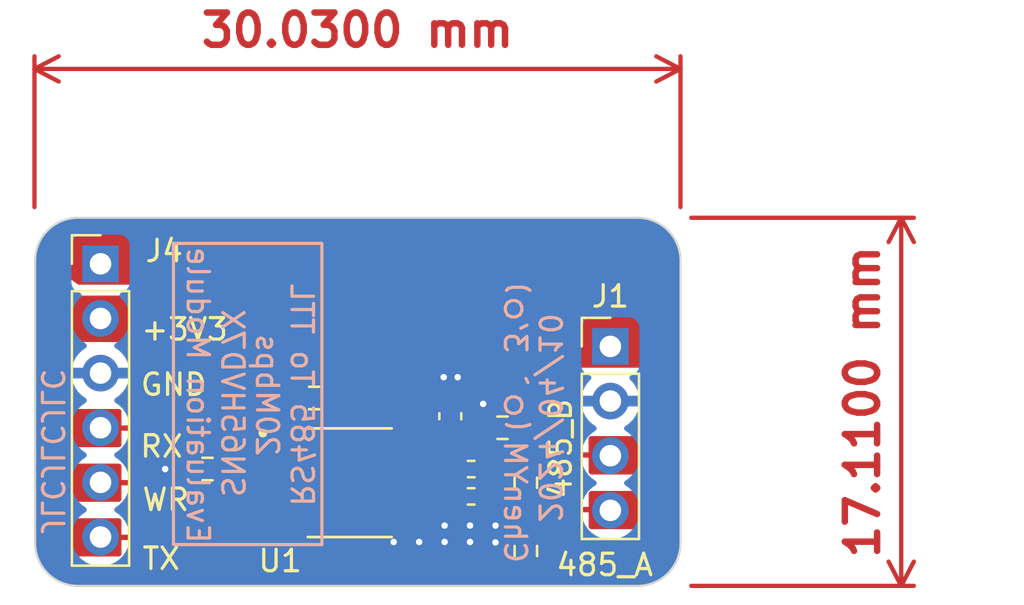
<source format=kicad_pcb>
(kicad_pcb (version 20221018) (generator pcbnew)
  (layers (0 "F.Cu" signal) (31 "B.Cu" signal) (34 "B.Paste" user) (35 "F.Paste" user) (36 "B.SilkS" user "B.Silkscreen") (37 "F.SilkS" user "F.Silkscreen") (38 "B.Mask" user) (39 "F.Mask" user) (44 "Edge.Cuts" user))
  (net 0 "")
  (net 1 "+3.3V")
  (net 2 "GND")
  (net 3 "/UART_WR")
  (net 4 "/UART_TX")
  (net 5 "/UART_RX")
  (net 6 "/RS485_A")
  (net 7 "/RS485_B")
  (net 8 "Net-(U1-A)")
  (net 9 "Net-(U1-B)")
  (net 10 "+5V")
  (footprint "Resistor_SMD:R_0402_1005Metric" (layer "F.Cu") (at 174.26 96.32 180)
    (fp_text reference "R3" hide)
    (fp_text value "10R")
    (fp_line (start -0.153641 -0.38) (end 0.153641 -0.38) (stroke (width 0.12)) (layer "F.SilkS"))
    (fp_line (start -0.153641 0.38) (end 0.153641 0.38) (stroke (width 0.12)) (layer "F.SilkS"))
    (pad "1" smd roundrect (at -0.51 0 180) (size 0.54 0.64) (layers "F.Cu" "F.Paste" "F.Mask") (net 6 "/RS485_A"))
    (pad "2" smd roundrect (at 0.51 0 180) (size 0.54 0.64) (layers "F.Cu" "F.Paste" "F.Mask") (net 8 "Net-(U1-A)"))
  )
  (footprint "Capacitor_SMD:C_0603_1608Metric" (layer "F.Cu") (at 173.29 92.595 90)
    (fp_text reference "C1" hide)
    (fp_text value "0.1uF")
    (fp_line (start -0.14058 -0.51) (end 0.14058 -0.51) (stroke (width 0.12)) (layer "F.SilkS"))
    (fp_line (start -0.14058 0.51) (end 0.14058 0.51) (stroke (width 0.12)) (layer "F.SilkS"))
    (pad "1" smd roundrect (at -0.775 0 90) (size 0.9 0.95) (layers "F.Cu" "F.Paste" "F.Mask") (net 1 "+3.3V"))
    (pad "2" smd roundrect (at 0.775 0 90) (size 0.9 0.95) (layers "F.Cu" "F.Paste" "F.Mask") (net 2 "GND"))
  )
  (footprint "Resistor_SMD:R_0603_1608Metric" (layer "F.Cu") (at 176.8 95.685 -90)
    (fp_text reference "R5" hide)
    (fp_text value "120R")
    (fp_line (start -0.237258 -0.5225) (end 0.237258 -0.5225) (stroke (width 0.12)) (layer "F.SilkS"))
    (fp_line (start -0.237258 0.5225) (end 0.237258 0.5225) (stroke (width 0.12)) (layer "F.SilkS"))
    (pad "1" smd roundrect (at -0.825 0 270) (size 0.8 0.95) (layers "F.Cu" "F.Paste" "F.Mask") (net 7 "/RS485_B"))
    (pad "2" smd roundrect (at 0.825 0 270) (size 0.8 0.95) (layers "F.Cu" "F.Paste" "F.Mask") (net 6 "/RS485_A"))
  )
  (footprint "Connector_PinHeader_2.54mm:PinHeader_1x04_P2.54mm_Vertical" (layer "F.Cu") (at 180.73 89.35)
    (fp_text reference "J1" (at 0 -2.33) (layer "F.SilkS"))
    (fp_text value "Conn_01x04")
    (fp_line (start -1.33 -1.33) (end 0 -1.33) (stroke (width 0.12)) (layer "F.SilkS"))
    (fp_line (start -1.33 0) (end -1.33 -1.33) (stroke (width 0.12)) (layer "F.SilkS"))
    (fp_line (start -1.33 1.27) (end -1.33 8.95) (stroke (width 0.12)) (layer "F.SilkS"))
    (fp_line (start -1.33 1.27) (end 1.33 1.27) (stroke (width 0.12)) (layer "F.SilkS"))
    (fp_line (start -1.33 8.95) (end 1.33 8.95) (stroke (width 0.12)) (layer "F.SilkS"))
    (fp_line (start 1.33 1.27) (end 1.33 8.95) (stroke (width 0.12)) (layer "F.SilkS"))
    (pad "1" thru_hole rect (at 0 0) (size 1.7 1.7) (drill 1) (layers "*.Cu" "*.Mask") (net 10 "+5V"))
    (pad "2" thru_hole oval (at 0 2.54) (size 1.7 1.7) (drill 1) (layers "*.Cu" "*.Mask") (net 2 "GND"))
    (pad "3" thru_hole oval (at 0 5.08) (size 1.7 1.7) (drill 1) (layers "*.Cu" "*.Mask") (net 7 "/RS485_B"))
    (pad "4" thru_hole oval (at 0 7.62) (size 1.7 1.7) (drill 1) (layers "*.Cu" "*.Mask") (net 6 "/RS485_A"))
  )
  (footprint "Connector_PinHeader_2.54mm:PinHeader_1x06_P2.54mm_Vertical" (layer "F.Cu") (at 157.03 85.51)
    (fp_text reference "J4" (at 2.96 -0.6) (layer "F.SilkS"))
    (fp_text value "Conn_01x06")
    (fp_line (start -1.33 -1.33) (end 0 -1.33) (stroke (width 0.12)) (layer "F.SilkS"))
    (fp_line (start -1.33 0) (end -1.33 -1.33) (stroke (width 0.12)) (layer "F.SilkS"))
    (fp_line (start -1.33 1.27) (end -1.33 14.03) (stroke (width 0.12)) (layer "F.SilkS"))
    (fp_line (start -1.33 1.27) (end 1.33 1.27) (stroke (width 0.12)) (layer "F.SilkS"))
    (fp_line (start -1.33 14.03) (end 1.33 14.03) (stroke (width 0.12)) (layer "F.SilkS"))
    (fp_line (start 1.33 1.27) (end 1.33 14.03) (stroke (width 0.12)) (layer "F.SilkS"))
    (pad "1" thru_hole rect (at 0 0) (size 1.7 1.7) (drill 1) (layers "*.Cu" "*.Mask") (net 10 "+5V"))
    (pad "2" thru_hole oval (at 0 2.54) (size 1.7 1.7) (drill 1) (layers "*.Cu" "*.Mask") (net 1 "+3.3V"))
    (pad "3" thru_hole oval (at 0 5.08) (size 1.7 1.7) (drill 1) (layers "*.Cu" "*.Mask") (net 2 "GND"))
    (pad "4" thru_hole oval (at 0 7.62) (size 1.7 1.7) (drill 1) (layers "*.Cu" "*.Mask") (net 5 "/UART_RX"))
    (pad "5" thru_hole oval (at 0 10.16) (size 1.7 1.7) (drill 1) (layers "*.Cu" "*.Mask") (net 3 "/UART_WR"))
    (pad "6" thru_hole oval (at 0 12.7) (size 1.7 1.7) (drill 1) (layers "*.Cu" "*.Mask") (net 4 "/UART_TX"))
  )
  (footprint "Resistor_SMD:R_0603_1608Metric" (layer "F.Cu") (at 162.005 95.05)
    (fp_text reference "R2" hide)
    (fp_text value "10K")
    (fp_line (start -0.237258 -0.5225) (end 0.237258 -0.5225) (stroke (width 0.12)) (layer "F.SilkS"))
    (fp_line (start -0.237258 0.5225) (end 0.237258 0.5225) (stroke (width 0.12)) (layer "F.SilkS"))
    (pad "1" smd roundrect (at -0.825 0) (size 0.8 0.95) (layers "F.Cu" "F.Paste" "F.Mask") (net 2 "GND"))
    (pad "2" smd roundrect (at 0.825 0) (size 0.8 0.95) (layers "F.Cu" "F.Paste" "F.Mask") (net 3 "/UART_WR"))
  )
  (footprint "Resistor_SMD:R_0603_1608Metric" (layer "F.Cu") (at 166.957 91.748 180)
    (fp_text reference "R1" hide)
    (fp_text value "10K")
    (fp_line (start -0.237258 -0.5225) (end 0.237258 -0.5225) (stroke (width 0.12)) (layer "F.SilkS"))
    (fp_line (start -0.237258 0.5225) (end 0.237258 0.5225) (stroke (width 0.12)) (layer "F.SilkS"))
    (pad "1" smd roundrect (at -0.825 0 180) (size 0.8 0.95) (layers "F.Cu" "F.Paste" "F.Mask") (net 1 "+3.3V"))
    (pad "2" smd roundrect (at 0.825 0 180) (size 0.8 0.95) (layers "F.Cu" "F.Paste" "F.Mask") (net 5 "/UART_RX"))
  )
  (footprint "Resistor_SMD:R_0603_1608Metric" (layer "F.Cu") (at 175.715 93.13)
    (fp_text reference "R7" hide)
    (fp_text value "10K")
    (fp_line (start -0.237258 -0.5225) (end 0.237258 -0.5225) (stroke (width 0.12)) (layer "F.SilkS"))
    (fp_line (start -0.237258 0.5225) (end 0.237258 0.5225) (stroke (width 0.12)) (layer "F.SilkS"))
    (pad "1" smd roundrect (at -0.825 0) (size 0.8 0.95) (layers "F.Cu" "F.Paste" "F.Mask") (net 2 "GND"))
    (pad "2" smd roundrect (at 0.825 0) (size 0.8 0.95) (layers "F.Cu" "F.Paste" "F.Mask") (net 7 "/RS485_B"))
  )
  (footprint "TI_Library:SOIC127P599X175-8N" (layer "F.Cu") (at 168.615 95.685)
    (fp_text reference "U1" (at -3.235 3.635) (layer "F.SilkS"))
    (fp_text value "SN65HVD75D")
    (fp_line (start -1.95 -2.525) (end 1.95 -2.525) (stroke (width 0.127)) (layer "F.SilkS"))
    (fp_line (start -1.95 2.525) (end 1.95 2.525) (stroke (width 0.127)) (layer "F.SilkS"))
    (fp_circle (center -4.04 -2.305) (end -3.94 -2.305) (stroke (width 0.2)) (fill none) (layer "F.SilkS"))
    (pad "1" smd roundrect (at -2.47 -1.905) (size 1.97 0.6) (layers "F.Cu" "F.Paste" "F.Mask") (roundrect_rratio 0.07) (net 5 "/UART_RX"))
    (pad "2" smd roundrect (at -2.47 -0.635) (size 1.97 0.6) (layers "F.Cu" "F.Paste" "F.Mask") (roundrect_rratio 0.07) (net 3 "/UART_WR"))
    (pad "3" smd roundrect (at -2.47 0.635) (size 1.97 0.6) (layers "F.Cu" "F.Paste" "F.Mask") (roundrect_rratio 0.07) (net 3 "/UART_WR"))
    (pad "4" smd roundrect (at -2.47 1.905) (size 1.97 0.6) (layers "F.Cu" "F.Paste" "F.Mask") (roundrect_rratio 0.07) (net 4 "/UART_TX"))
    (pad "5" smd roundrect (at 2.47 1.905) (size 1.97 0.6) (layers "F.Cu" "F.Paste" "F.Mask") (roundrect_rratio 0.07) (net 2 "GND"))
    (pad "6" smd roundrect (at 2.47 0.635) (size 1.97 0.6) (layers "F.Cu" "F.Paste" "F.Mask") (roundrect_rratio 0.07) (net 8 "Net-(U1-A)"))
    (pad "7" smd roundrect (at 2.47 -0.635) (size 1.97 0.6) (layers "F.Cu" "F.Paste" "F.Mask") (roundrect_rratio 0.07) (net 9 "Net-(U1-B)"))
    (pad "8" smd roundrect (at 2.47 -1.905) (size 1.97 0.6) (layers "F.Cu" "F.Paste" "F.Mask") (roundrect_rratio 0.07) (net 1 "+3.3V"))
  )
  (footprint "Resistor_SMD:R_0402_1005Metric" (layer "F.Cu") (at 174.26 95.05 180)
    (fp_text reference "R4" hide)
    (fp_text value "10R")
    (fp_line (start -0.153641 -0.38) (end 0.153641 -0.38) (stroke (width 0.12)) (layer "F.SilkS"))
    (fp_line (start -0.153641 0.38) (end 0.153641 0.38) (stroke (width 0.12)) (layer "F.SilkS"))
    (pad "1" smd roundrect (at -0.51 0 180) (size 0.54 0.64) (layers "F.Cu" "F.Paste" "F.Mask") (net 7 "/RS485_B"))
    (pad "2" smd roundrect (at 0.51 0 180) (size 0.54 0.64) (layers "F.Cu" "F.Paste" "F.Mask") (net 9 "Net-(U1-B)"))
  )
  (footprint "Resistor_SMD:R_0603_1608Metric" (layer "F.Cu") (at 176.8 98.86 -90)
    (fp_text reference "R6" hide)
    (fp_text value "10K")
    (fp_line (start -0.237258 -0.5225) (end 0.237258 -0.5225) (stroke (width 0.12)) (layer "F.SilkS"))
    (fp_line (start -0.237258 0.5225) (end 0.237258 0.5225) (stroke (width 0.12)) (layer "F.SilkS"))
    (pad "1" smd roundrect (at -0.825 0 270) (size 0.8 0.95) (layers "F.Cu" "F.Paste" "F.Mask") (net 6 "/RS485_A"))
    (pad "2" smd roundrect (at 0.825 0 270) (size 0.8 0.95) (layers "F.Cu" "F.Paste" "F.Mask") (net 1 "+3.3V"))
  )
  (gr_rect (start 160.42 84.56) (end 167.32 98.56) (stroke (width 0.15)) (fill none) (layer "B.SilkS"))
  (gr_line (start 153.99 85.37) (end 153.99 98.48) (stroke (width 0.1)) (layer "Edge.Cuts"))
  (gr_line (start 181.99 100.48) (end 155.99 100.48) (stroke (width 0.1)) (layer "Edge.Cuts"))
  (gr_line (start 155.99 83.37) (end 181.99 83.37) (stroke (width 0.1)) (layer "Edge.Cuts"))
  (gr_arc (start 155.99 100.48) (mid 154.575786 99.894214) (end 153.99 98.48) (stroke (width 0.1)) (layer "Edge.Cuts"))
  (gr_arc (start 153.99 85.37) (mid 154.575786 83.955786) (end 155.99 83.37) (stroke (width 0.1)) (layer "Edge.Cuts"))
  (gr_line (start 183.99 85.37) (end 183.99 98.48) (stroke (width 0.1)) (layer "Edge.Cuts"))
  (gr_arc (start 181.99 83.37) (mid 183.404214 83.955786) (end 183.99 85.37) (stroke (width 0.1)) (layer "Edge.Cuts"))
  (gr_arc (start 183.99 98.48) (mid 183.404214 99.894214) (end 181.99 100.48) (stroke (width 0.1)) (layer "Edge.Cuts"))
  (gr_text "JLCJLCJLC" (at 154.2 98.2 -90) (layer "B.SilkS") (effects (font (size 1 1)) (justify left bottom mirror)))
  (gr_text "2024/04/10\nChenYM（○｀ 3′○）" (at 175.72 92.67 270) (layer "B.SilkS") (effects (font (size 1 1)) (justify bottom mirror)))
  (gr_text "RS485 To TTL\n20Mbps\nSN65HVD7X \nEvaluation Module\n" (at 160.97 91.61 -90) (layer "B.SilkS") (effects (font (size 1 1)) (justify bottom mirror)))
  (gr_text "TX" (at 158.893 99.8) (layer "F.SilkS") (effects (font (size 1 1)) (justify left bottom)))
  (gr_text "WR" (at 158.893 97.06) (layer "F.SilkS") (effects (font (size 1 1)) (justify left bottom)))
  (gr_text "GND" (at 158.81 91.71) (layer "F.SilkS") (effects (font (size 1 1)) (justify left bottom)))
  (gr_text "RX" (at 158.79 94.58) (layer "F.SilkS") (effects (font (size 1 1)) (justify left bottom)))
  (gr_text "485_B" (at 179 96.51 90) (layer "F.SilkS") (effects (font (size 1 1)) (justify left bottom)))
  (gr_text "+3V3" (at 158.84 89.14) (layer "F.SilkS") (effects (font (size 1 1)) (justify left bottom)))
  (gr_text "485_A" (at 178.13 100.09) (layer "F.SilkS") (effects (font (size 1 1)) (justify left bottom)))
  (dimension (type aligned) (layer "F.Cu") (pts (xy 183.99 83.37) (xy 183.99 100.48)) (height -10.26) (gr_text "17.1100 mm" (at 192.45 91.925 90) (layer "F.Cu") (effects (font (size 1.5 1.5) (thickness 0.3)))) (format (prefix "") (suffix "") (units 3) (units_format 1) (precision 4)) (style (thickness 0.2) (arrow_length 1.27) (text_position_mode 0) (extension_height 0.58642) (extension_offset 0.5) keep_text_aligned))
  (dimension (type aligned) (layer "F.Cu") (pts (xy 153.96 83.37) (xy 183.99 83.37)) (height -6.92) (gr_text "30.0300 mm" (at 168.975 74.65) (layer "F.Cu") (effects (font (size 1.5 1.5) (thickness 0.3)))) (format (prefix "") (suffix "") (units 3) (units_format 1) (precision 4)) (style (thickness 0.2) (arrow_length 1.27) (text_position_mode 0) (extension_height 0.58642) (extension_offset 0.5) keep_text_aligned))
  (segment (start 176.8 99.685) (end 176.625 99.86) (width 0.25) (layer "F.Cu") (net 1))
  (segment (start 176.625 99.86) (end 169.77 99.86) (width 0.25) (layer "F.Cu") (net 1))
  (segment (start 169.05 99.14) (end 169.05 93.21) (width 0.25) (layer "F.Cu") (net 1))
  (segment (start 169.77 99.86) (end 169.05 99.14) (width 0.25) (layer "F.Cu") (net 1))
  (segment (start 161.18 95.05) (end 160.036 95.05) (width 0.25) (layer "F.Cu") (net 2))
  (segment (start 173.63 90.78) (end 173.45 90.78) (width 0.25) (layer "F.Cu") (net 2))
  (segment (start 173.29 90.94) (end 173.13 90.78) (width 0.25) (layer "F.Cu") (net 2))
  (segment (start 173.29 91.82) (end 173.29 90.94) (width 0.25) (layer "F.Cu") (net 2))
  (segment (start 173.13 90.78) (end 172.980497 90.78) (width 0.25) (layer "F.Cu") (net 2))
  (segment (start 173.45 90.78) (end 173.29 90.94) (width 0.25) (layer "F.Cu") (net 2))
  (segment (start 174.89 93.13) (end 174.89 92.095) (width 0.25) (layer "F.Cu") (net 2))
  (segment (start 174.89 92.095) (end 174.815 92.02) (width 0.25) (layer "F.Cu") (net 2))
  (via (at 160.036 95.05) (size 0.5) (drill 0.3) (layers "F.Cu" "B.Cu") (net 2))
  (via (at 174.20675 97.676) (size 0.5) (drill 0.3) (layers "F.Cu" "B.Cu") (net 2))
  (via (at 172.980497 90.78) (size 0.5) (drill 0.3) (layers "F.Cu" "B.Cu") (net 2))
  (via (at 173.0235 97.676) (size 0.5) (drill 0.3) (layers "F.Cu" "B.Cu") (net 2))
  (via (at 173.63 90.78) (size 0.5) (drill 0.3) (layers "F.Cu" "B.Cu") (net 2))
  (via (at 170.657 98.438) (size 0.5) (drill 0.3) (layers "F.Cu" "B.Cu") (net 2))
  (via (at 174.20675 98.438) (size 0.5) (drill 0.3) (layers "F.Cu" "B.Cu") (net 2))
  (via (at 173.0235 98.438) (size 0.5) (drill 0.3) (layers "F.Cu" "B.Cu") (net 2))
  (via (at 175.39 97.676) (size 0.5) (drill 0.3) (layers "F.Cu" "B.Cu") (net 2))
  (via (at 171.84025 98.438) (size 0.5) (drill 0.3) (layers "F.Cu" "B.Cu") (net 2))
  (via (at 174.815 92.02) (size 0.5) (drill 0.3) (layers "F.Cu" "B.Cu") (net 2))
  (via (at 175.39 98.46) (size 0.5) (drill 0.3) (layers "F.Cu" "B.Cu") (net 2))
  (segment (start 160.29 96.32) (end 162.83 96.32) (width 0.25) (layer "F.Cu") (net 3))
  (segment (start 157.115 95.685) (end 159.655 95.685) (width 0.25) (layer "F.Cu") (net 3))
  (segment (start 166.145 95.05) (end 166.145 96.32) (width 0.25) (layer "F.Cu") (net 3))
  (segment (start 162.83 96.32) (end 162.83 95.05) (width 0.25) (layer "F.Cu") (net 3))
  (segment (start 166.145 96.32) (end 162.83 96.32) (width 0.25) (layer "F.Cu") (net 3))
  (segment (start 159.655 95.685) (end 160.29 96.32) (width 0.25) (layer "F.Cu") (net 3))
  (segment (start 164.1 97.59) (end 166.145 97.59) (width 0.25) (layer "F.Cu") (net 4))
  (segment (start 163.465 98.225) (end 164.1 97.59) (width 0.25) (layer "F.Cu") (net 4))
  (segment (start 157.115 98.225) (end 163.465 98.225) (width 0.25) (layer "F.Cu") (net 4))
  (segment (start 163.465 93.145) (end 164.1 93.78) (width 0.25) (layer "F.Cu") (net 5))
  (segment (start 157.115 93.145) (end 163.465 93.145) (width 0.25) (layer "F.Cu") (net 5))
  (segment (start 166.132 93.767) (end 166.145 93.78) (width 0.25) (layer "F.Cu") (net 5))
  (segment (start 164.1 93.78) (end 166.145 93.78) (width 0.25) (layer "F.Cu") (net 5))
  (segment (start 166.132 91.748) (end 166.132 93.767) (width 0.25) (layer "F.Cu") (net 5))
  (segment (start 175.784 96.32) (end 174.77 96.32) (width 0.25) (layer "F.Cu") (net 6))
  (segment (start 176.8 98.035) (end 176.8 96.51) (width 0.25) (layer "F.Cu") (net 6))
  (segment (start 176.8 96.51) (end 178.006 96.51) (width 0.25) (layer "F.Cu") (net 6))
  (segment (start 178.431 96.935) (end 180.585 96.935) (width 0.25) (layer "F.Cu") (net 6))
  (segment (start 175.974 96.51) (end 175.784 96.32) (width 0.25) (layer "F.Cu") (net 6))
  (segment (start 176.8 96.51) (end 175.974 96.51) (width 0.25) (layer "F.Cu") (net 6))
  (segment (start 178.006 96.51) (end 178.431 96.935) (width 0.25) (layer "F.Cu") (net 6))
  (segment (start 176.8 94.86) (end 176.8 94.3) (width 0.25) (layer "F.Cu") (net 7))
  (segment (start 176.54 94.04) (end 176.54 93.13) (width 0.25) (layer "F.Cu") (net 7))
  (segment (start 178.471 94.395) (end 180.585 94.395) (width 0.25) (layer "F.Cu") (net 7))
  (segment (start 175.784 95.05) (end 175.974 94.86) (width 0.25) (layer "F.Cu") (net 7))
  (segment (start 175.974 94.86) (end 176.8 94.86) (width 0.25) (layer "F.Cu") (net 7))
  (segment (start 178.006 94.86) (end 178.471 94.395) (width 0.25) (layer "F.Cu") (net 7))
  (segment (start 176.8 94.86) (end 178.006 94.86) (width 0.25) (layer "F.Cu") (net 7))
  (segment (start 176.8 94.3) (end 176.54 94.04) (width 0.25) (layer "F.Cu") (net 7))
  (segment (start 174.77 95.05) (end 175.784 95.05) (width 0.25) (layer "F.Cu") (net 7))
  (segment (start 171.085 96.32) (end 173.75 96.32) (width 0.25) (layer "F.Cu") (net 8))
  (segment (start 173.75 95.05) (end 171.085 95.05) (width 0.25) (layer "F.Cu") (net 9))
  (zone (net 3) (net_name "/UART_WR") (layer "F.Cu") (priority 3) (connect_pads yes (clearance 0.5)) (min_thickness 0.25) (fill yes (thermal_gap 0.5) (thermal_bridge_width 0.5))
    (polygon (pts (xy 158.004 94.796) (xy 153.813 94.796) (xy 153.559 95.05) (xy 153.559 96.574) (xy 158.004 96.574)))
  )
  (zone (net 4) (net_name "/UART_TX") (layer "F.Cu") (priority 3) (connect_pads yes (clearance 0.5)) (min_thickness 0.25) (fill yes (thermal_gap 0.5) (thermal_bridge_width 0.5))
    (polygon (pts (xy 158.004 97.336) (xy 153.813 97.336) (xy 153.559 97.59) (xy 153.559 99.114) (xy 158.004 99.114)))
  )
  (zone (net 10) (net_name "+5V") (layer "F.Cu") (priority 4) (connect_pads yes (clearance 0.5)) (min_thickness 0.25) (fill yes (thermal_gap 0.5) (thermal_bridge_width 0.5))
    (polygon (pts (xy 155.65 86.23) (xy 155.99 86.48) (xy 158.82 86.48) (xy 160.87 87.39) (xy 171.42 87.4) (xy 173.54 89.41) (xy 174.62 90.34) (xy 182.26 90.34) (xy 182.55 90.1) (xy 182.54 87.99) (xy 182.28 87.75) (xy 177.57 87.73) (xy 173.61 83.75) (xy 155.91 83.73) (xy 155.63 83.99)))
  )
  (zone (net 5) (net_name "/UART_RX") (layer "F.Cu") (priority 3) (connect_pads yes (clearance 0.5)) (min_thickness 0.25) (fill yes (thermal_gap 0.5) (thermal_bridge_width 0.5))
    (polygon (pts (xy 158.004 92.256) (xy 153.813 92.256) (xy 153.559 92.51) (xy 153.559 94.034) (xy 158.004 94.034)))
  )
  (zone (net 2) (net_name "GND") (layer "F.Cu") (priority 2) (connect_pads yes (clearance 0.5)) (min_thickness 0.25) (fill yes (thermal_gap 0.5) (thermal_bridge_width 0.5))
    (polygon (pts (xy 170.069 97.209) (xy 175.715 97.229) (xy 175.725 99.053) (xy 170.079 99.033)))
  )
  (zone (net 7) (net_name "/RS485_B") (layer "F.Cu") (priority 3) (connect_pads yes (clearance 0.5)) (min_thickness 0.25) (fill yes (thermal_gap 0.5) (thermal_bridge_width 0.5))
    (polygon (pts (xy 179.721 95.304) (xy 184.132 95.304) (xy 184.166 95.27) (xy 184.156 93.516) (xy 179.711 93.516)))
  )
  (zone (net 6) (net_name "/RS485_A") (layer "F.Cu") (priority 3) (connect_pads yes (clearance 0.5)) (min_thickness 0.25) (fill yes (thermal_gap 0.5) (thermal_bridge_width 0.5))
    (polygon (pts (xy 179.721 97.844) (xy 184.112 97.844) (xy 184.166 97.79) (xy 184.166 96.066) (xy 179.721 96.066)))
  )
  (zone (net 1) (net_name "+3.3V") (layer "F.Cu") (priority 1) (connect_pads yes (clearance 0.5)) (min_thickness 0.25) (fill yes (thermal_gap 0.5) (thermal_bridge_width 0.5))
    (polygon (pts (xy 155.7 86.99) (xy 158.4 86.98) (xy 160.53 88) (xy 167.29 87.99) (xy 170.85 91.69) (xy 171.73 92.56) (xy 171.96 92.78) (xy 173.32 92.78) (xy 173.9 92.78) (xy 174.06 92.93) (xy 174.06 93.99) (xy 173.87 94.16) (xy 172.66 94.16) (xy 172.5 94.26) (xy 169.82 94.26) (xy 168.36 92.77) (xy 167.24 92.77) (xy 167.06 92.5) (xy 167.04 90.76) (xy 166.6 90.38) (xy 160.07 90.4) (xy 158.17 89.15) (xy 155.64 89.14)))
  )
  (zone (net 2) (net_name "GND") (layer "B.Cu") (connect_pads (clearance 0.5)) (min_thickness 0.25) (fill yes (thermal_gap 0.5) (thermal_bridge_width 0.5))
    (polygon (pts (xy 153.96 83.37) (xy 184.07 83.36) (xy 183.97 100.5) (xy 154.04 100.51)))
  )
)
</source>
